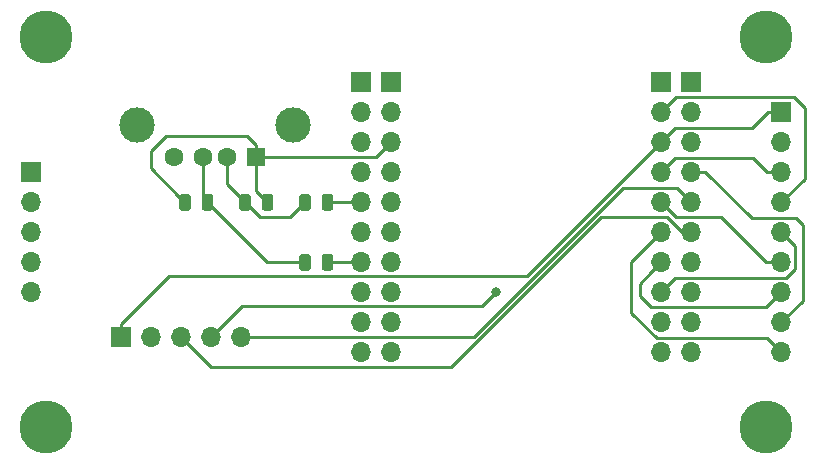
<source format=gtl>
G04 #@! TF.GenerationSoftware,KiCad,Pcbnew,(5.1.5)-3*
G04 #@! TF.CreationDate,2020-05-07T08:06:12+03:00*
G04 #@! TF.ProjectId,PCB1,50434231-2e6b-4696-9361-645f70636258,rev?*
G04 #@! TF.SameCoordinates,Original*
G04 #@! TF.FileFunction,Copper,L1,Top*
G04 #@! TF.FilePolarity,Positive*
%FSLAX46Y46*%
G04 Gerber Fmt 4.6, Leading zero omitted, Abs format (unit mm)*
G04 Created by KiCad (PCBNEW (5.1.5)-3) date 2020-05-07 08:06:12*
%MOMM*%
%LPD*%
G04 APERTURE LIST*
%ADD10O,1.700000X1.700000*%
%ADD11R,1.700000X1.700000*%
%ADD12C,4.500880*%
%ADD13C,1.600000*%
%ADD14R,1.600000X1.600000*%
%ADD15C,3.000000*%
%ADD16C,0.100000*%
%ADD17C,0.800000*%
%ADD18C,0.250000*%
G04 APERTURE END LIST*
D10*
X35560000Y-58420000D03*
X35560000Y-55880000D03*
X35560000Y-53340000D03*
X35560000Y-50800000D03*
D11*
X35560000Y-48260000D03*
D12*
X36830000Y-69850000D03*
X36830000Y-36830000D03*
X97790000Y-69850000D03*
X97790000Y-36830000D03*
D10*
X88900000Y-63500000D03*
X88900000Y-60960000D03*
X88900000Y-58420000D03*
X88900000Y-55880000D03*
X88900000Y-53340000D03*
X88900000Y-50800000D03*
X88900000Y-48260000D03*
X88900000Y-45720000D03*
X88900000Y-43180000D03*
D11*
X88900000Y-40640000D03*
D10*
X53340000Y-62230000D03*
X50800000Y-62230000D03*
X48260000Y-62230000D03*
X45720000Y-62230000D03*
D11*
X43180000Y-62230000D03*
D13*
X47610000Y-46990000D03*
X50110000Y-46990000D03*
X52110000Y-46990000D03*
D14*
X54610000Y-46990000D03*
D15*
X57680000Y-44280000D03*
X44540000Y-44280000D03*
G04 #@! TA.AperFunction,SMDPad,CuDef*
D16*
G36*
X55815142Y-50101174D02*
G01*
X55838803Y-50104684D01*
X55862007Y-50110496D01*
X55884529Y-50118554D01*
X55906153Y-50128782D01*
X55926670Y-50141079D01*
X55945883Y-50155329D01*
X55963607Y-50171393D01*
X55979671Y-50189117D01*
X55993921Y-50208330D01*
X56006218Y-50228847D01*
X56016446Y-50250471D01*
X56024504Y-50272993D01*
X56030316Y-50296197D01*
X56033826Y-50319858D01*
X56035000Y-50343750D01*
X56035000Y-51256250D01*
X56033826Y-51280142D01*
X56030316Y-51303803D01*
X56024504Y-51327007D01*
X56016446Y-51349529D01*
X56006218Y-51371153D01*
X55993921Y-51391670D01*
X55979671Y-51410883D01*
X55963607Y-51428607D01*
X55945883Y-51444671D01*
X55926670Y-51458921D01*
X55906153Y-51471218D01*
X55884529Y-51481446D01*
X55862007Y-51489504D01*
X55838803Y-51495316D01*
X55815142Y-51498826D01*
X55791250Y-51500000D01*
X55303750Y-51500000D01*
X55279858Y-51498826D01*
X55256197Y-51495316D01*
X55232993Y-51489504D01*
X55210471Y-51481446D01*
X55188847Y-51471218D01*
X55168330Y-51458921D01*
X55149117Y-51444671D01*
X55131393Y-51428607D01*
X55115329Y-51410883D01*
X55101079Y-51391670D01*
X55088782Y-51371153D01*
X55078554Y-51349529D01*
X55070496Y-51327007D01*
X55064684Y-51303803D01*
X55061174Y-51280142D01*
X55060000Y-51256250D01*
X55060000Y-50343750D01*
X55061174Y-50319858D01*
X55064684Y-50296197D01*
X55070496Y-50272993D01*
X55078554Y-50250471D01*
X55088782Y-50228847D01*
X55101079Y-50208330D01*
X55115329Y-50189117D01*
X55131393Y-50171393D01*
X55149117Y-50155329D01*
X55168330Y-50141079D01*
X55188847Y-50128782D01*
X55210471Y-50118554D01*
X55232993Y-50110496D01*
X55256197Y-50104684D01*
X55279858Y-50101174D01*
X55303750Y-50100000D01*
X55791250Y-50100000D01*
X55815142Y-50101174D01*
G37*
G04 #@! TD.AperFunction*
G04 #@! TA.AperFunction,SMDPad,CuDef*
G36*
X53940142Y-50101174D02*
G01*
X53963803Y-50104684D01*
X53987007Y-50110496D01*
X54009529Y-50118554D01*
X54031153Y-50128782D01*
X54051670Y-50141079D01*
X54070883Y-50155329D01*
X54088607Y-50171393D01*
X54104671Y-50189117D01*
X54118921Y-50208330D01*
X54131218Y-50228847D01*
X54141446Y-50250471D01*
X54149504Y-50272993D01*
X54155316Y-50296197D01*
X54158826Y-50319858D01*
X54160000Y-50343750D01*
X54160000Y-51256250D01*
X54158826Y-51280142D01*
X54155316Y-51303803D01*
X54149504Y-51327007D01*
X54141446Y-51349529D01*
X54131218Y-51371153D01*
X54118921Y-51391670D01*
X54104671Y-51410883D01*
X54088607Y-51428607D01*
X54070883Y-51444671D01*
X54051670Y-51458921D01*
X54031153Y-51471218D01*
X54009529Y-51481446D01*
X53987007Y-51489504D01*
X53963803Y-51495316D01*
X53940142Y-51498826D01*
X53916250Y-51500000D01*
X53428750Y-51500000D01*
X53404858Y-51498826D01*
X53381197Y-51495316D01*
X53357993Y-51489504D01*
X53335471Y-51481446D01*
X53313847Y-51471218D01*
X53293330Y-51458921D01*
X53274117Y-51444671D01*
X53256393Y-51428607D01*
X53240329Y-51410883D01*
X53226079Y-51391670D01*
X53213782Y-51371153D01*
X53203554Y-51349529D01*
X53195496Y-51327007D01*
X53189684Y-51303803D01*
X53186174Y-51280142D01*
X53185000Y-51256250D01*
X53185000Y-50343750D01*
X53186174Y-50319858D01*
X53189684Y-50296197D01*
X53195496Y-50272993D01*
X53203554Y-50250471D01*
X53213782Y-50228847D01*
X53226079Y-50208330D01*
X53240329Y-50189117D01*
X53256393Y-50171393D01*
X53274117Y-50155329D01*
X53293330Y-50141079D01*
X53313847Y-50128782D01*
X53335471Y-50118554D01*
X53357993Y-50110496D01*
X53381197Y-50104684D01*
X53404858Y-50101174D01*
X53428750Y-50100000D01*
X53916250Y-50100000D01*
X53940142Y-50101174D01*
G37*
G04 #@! TD.AperFunction*
G04 #@! TA.AperFunction,SMDPad,CuDef*
G36*
X48860142Y-50101174D02*
G01*
X48883803Y-50104684D01*
X48907007Y-50110496D01*
X48929529Y-50118554D01*
X48951153Y-50128782D01*
X48971670Y-50141079D01*
X48990883Y-50155329D01*
X49008607Y-50171393D01*
X49024671Y-50189117D01*
X49038921Y-50208330D01*
X49051218Y-50228847D01*
X49061446Y-50250471D01*
X49069504Y-50272993D01*
X49075316Y-50296197D01*
X49078826Y-50319858D01*
X49080000Y-50343750D01*
X49080000Y-51256250D01*
X49078826Y-51280142D01*
X49075316Y-51303803D01*
X49069504Y-51327007D01*
X49061446Y-51349529D01*
X49051218Y-51371153D01*
X49038921Y-51391670D01*
X49024671Y-51410883D01*
X49008607Y-51428607D01*
X48990883Y-51444671D01*
X48971670Y-51458921D01*
X48951153Y-51471218D01*
X48929529Y-51481446D01*
X48907007Y-51489504D01*
X48883803Y-51495316D01*
X48860142Y-51498826D01*
X48836250Y-51500000D01*
X48348750Y-51500000D01*
X48324858Y-51498826D01*
X48301197Y-51495316D01*
X48277993Y-51489504D01*
X48255471Y-51481446D01*
X48233847Y-51471218D01*
X48213330Y-51458921D01*
X48194117Y-51444671D01*
X48176393Y-51428607D01*
X48160329Y-51410883D01*
X48146079Y-51391670D01*
X48133782Y-51371153D01*
X48123554Y-51349529D01*
X48115496Y-51327007D01*
X48109684Y-51303803D01*
X48106174Y-51280142D01*
X48105000Y-51256250D01*
X48105000Y-50343750D01*
X48106174Y-50319858D01*
X48109684Y-50296197D01*
X48115496Y-50272993D01*
X48123554Y-50250471D01*
X48133782Y-50228847D01*
X48146079Y-50208330D01*
X48160329Y-50189117D01*
X48176393Y-50171393D01*
X48194117Y-50155329D01*
X48213330Y-50141079D01*
X48233847Y-50128782D01*
X48255471Y-50118554D01*
X48277993Y-50110496D01*
X48301197Y-50104684D01*
X48324858Y-50101174D01*
X48348750Y-50100000D01*
X48836250Y-50100000D01*
X48860142Y-50101174D01*
G37*
G04 #@! TD.AperFunction*
G04 #@! TA.AperFunction,SMDPad,CuDef*
G36*
X50735142Y-50101174D02*
G01*
X50758803Y-50104684D01*
X50782007Y-50110496D01*
X50804529Y-50118554D01*
X50826153Y-50128782D01*
X50846670Y-50141079D01*
X50865883Y-50155329D01*
X50883607Y-50171393D01*
X50899671Y-50189117D01*
X50913921Y-50208330D01*
X50926218Y-50228847D01*
X50936446Y-50250471D01*
X50944504Y-50272993D01*
X50950316Y-50296197D01*
X50953826Y-50319858D01*
X50955000Y-50343750D01*
X50955000Y-51256250D01*
X50953826Y-51280142D01*
X50950316Y-51303803D01*
X50944504Y-51327007D01*
X50936446Y-51349529D01*
X50926218Y-51371153D01*
X50913921Y-51391670D01*
X50899671Y-51410883D01*
X50883607Y-51428607D01*
X50865883Y-51444671D01*
X50846670Y-51458921D01*
X50826153Y-51471218D01*
X50804529Y-51481446D01*
X50782007Y-51489504D01*
X50758803Y-51495316D01*
X50735142Y-51498826D01*
X50711250Y-51500000D01*
X50223750Y-51500000D01*
X50199858Y-51498826D01*
X50176197Y-51495316D01*
X50152993Y-51489504D01*
X50130471Y-51481446D01*
X50108847Y-51471218D01*
X50088330Y-51458921D01*
X50069117Y-51444671D01*
X50051393Y-51428607D01*
X50035329Y-51410883D01*
X50021079Y-51391670D01*
X50008782Y-51371153D01*
X49998554Y-51349529D01*
X49990496Y-51327007D01*
X49984684Y-51303803D01*
X49981174Y-51280142D01*
X49980000Y-51256250D01*
X49980000Y-50343750D01*
X49981174Y-50319858D01*
X49984684Y-50296197D01*
X49990496Y-50272993D01*
X49998554Y-50250471D01*
X50008782Y-50228847D01*
X50021079Y-50208330D01*
X50035329Y-50189117D01*
X50051393Y-50171393D01*
X50069117Y-50155329D01*
X50088330Y-50141079D01*
X50108847Y-50128782D01*
X50130471Y-50118554D01*
X50152993Y-50110496D01*
X50176197Y-50104684D01*
X50199858Y-50101174D01*
X50223750Y-50100000D01*
X50711250Y-50100000D01*
X50735142Y-50101174D01*
G37*
G04 #@! TD.AperFunction*
G04 #@! TA.AperFunction,SMDPad,CuDef*
G36*
X59020142Y-50101174D02*
G01*
X59043803Y-50104684D01*
X59067007Y-50110496D01*
X59089529Y-50118554D01*
X59111153Y-50128782D01*
X59131670Y-50141079D01*
X59150883Y-50155329D01*
X59168607Y-50171393D01*
X59184671Y-50189117D01*
X59198921Y-50208330D01*
X59211218Y-50228847D01*
X59221446Y-50250471D01*
X59229504Y-50272993D01*
X59235316Y-50296197D01*
X59238826Y-50319858D01*
X59240000Y-50343750D01*
X59240000Y-51256250D01*
X59238826Y-51280142D01*
X59235316Y-51303803D01*
X59229504Y-51327007D01*
X59221446Y-51349529D01*
X59211218Y-51371153D01*
X59198921Y-51391670D01*
X59184671Y-51410883D01*
X59168607Y-51428607D01*
X59150883Y-51444671D01*
X59131670Y-51458921D01*
X59111153Y-51471218D01*
X59089529Y-51481446D01*
X59067007Y-51489504D01*
X59043803Y-51495316D01*
X59020142Y-51498826D01*
X58996250Y-51500000D01*
X58508750Y-51500000D01*
X58484858Y-51498826D01*
X58461197Y-51495316D01*
X58437993Y-51489504D01*
X58415471Y-51481446D01*
X58393847Y-51471218D01*
X58373330Y-51458921D01*
X58354117Y-51444671D01*
X58336393Y-51428607D01*
X58320329Y-51410883D01*
X58306079Y-51391670D01*
X58293782Y-51371153D01*
X58283554Y-51349529D01*
X58275496Y-51327007D01*
X58269684Y-51303803D01*
X58266174Y-51280142D01*
X58265000Y-51256250D01*
X58265000Y-50343750D01*
X58266174Y-50319858D01*
X58269684Y-50296197D01*
X58275496Y-50272993D01*
X58283554Y-50250471D01*
X58293782Y-50228847D01*
X58306079Y-50208330D01*
X58320329Y-50189117D01*
X58336393Y-50171393D01*
X58354117Y-50155329D01*
X58373330Y-50141079D01*
X58393847Y-50128782D01*
X58415471Y-50118554D01*
X58437993Y-50110496D01*
X58461197Y-50104684D01*
X58484858Y-50101174D01*
X58508750Y-50100000D01*
X58996250Y-50100000D01*
X59020142Y-50101174D01*
G37*
G04 #@! TD.AperFunction*
G04 #@! TA.AperFunction,SMDPad,CuDef*
G36*
X60895142Y-50101174D02*
G01*
X60918803Y-50104684D01*
X60942007Y-50110496D01*
X60964529Y-50118554D01*
X60986153Y-50128782D01*
X61006670Y-50141079D01*
X61025883Y-50155329D01*
X61043607Y-50171393D01*
X61059671Y-50189117D01*
X61073921Y-50208330D01*
X61086218Y-50228847D01*
X61096446Y-50250471D01*
X61104504Y-50272993D01*
X61110316Y-50296197D01*
X61113826Y-50319858D01*
X61115000Y-50343750D01*
X61115000Y-51256250D01*
X61113826Y-51280142D01*
X61110316Y-51303803D01*
X61104504Y-51327007D01*
X61096446Y-51349529D01*
X61086218Y-51371153D01*
X61073921Y-51391670D01*
X61059671Y-51410883D01*
X61043607Y-51428607D01*
X61025883Y-51444671D01*
X61006670Y-51458921D01*
X60986153Y-51471218D01*
X60964529Y-51481446D01*
X60942007Y-51489504D01*
X60918803Y-51495316D01*
X60895142Y-51498826D01*
X60871250Y-51500000D01*
X60383750Y-51500000D01*
X60359858Y-51498826D01*
X60336197Y-51495316D01*
X60312993Y-51489504D01*
X60290471Y-51481446D01*
X60268847Y-51471218D01*
X60248330Y-51458921D01*
X60229117Y-51444671D01*
X60211393Y-51428607D01*
X60195329Y-51410883D01*
X60181079Y-51391670D01*
X60168782Y-51371153D01*
X60158554Y-51349529D01*
X60150496Y-51327007D01*
X60144684Y-51303803D01*
X60141174Y-51280142D01*
X60140000Y-51256250D01*
X60140000Y-50343750D01*
X60141174Y-50319858D01*
X60144684Y-50296197D01*
X60150496Y-50272993D01*
X60158554Y-50250471D01*
X60168782Y-50228847D01*
X60181079Y-50208330D01*
X60195329Y-50189117D01*
X60211393Y-50171393D01*
X60229117Y-50155329D01*
X60248330Y-50141079D01*
X60268847Y-50128782D01*
X60290471Y-50118554D01*
X60312993Y-50110496D01*
X60336197Y-50104684D01*
X60359858Y-50101174D01*
X60383750Y-50100000D01*
X60871250Y-50100000D01*
X60895142Y-50101174D01*
G37*
G04 #@! TD.AperFunction*
G04 #@! TA.AperFunction,SMDPad,CuDef*
G36*
X59020142Y-55181174D02*
G01*
X59043803Y-55184684D01*
X59067007Y-55190496D01*
X59089529Y-55198554D01*
X59111153Y-55208782D01*
X59131670Y-55221079D01*
X59150883Y-55235329D01*
X59168607Y-55251393D01*
X59184671Y-55269117D01*
X59198921Y-55288330D01*
X59211218Y-55308847D01*
X59221446Y-55330471D01*
X59229504Y-55352993D01*
X59235316Y-55376197D01*
X59238826Y-55399858D01*
X59240000Y-55423750D01*
X59240000Y-56336250D01*
X59238826Y-56360142D01*
X59235316Y-56383803D01*
X59229504Y-56407007D01*
X59221446Y-56429529D01*
X59211218Y-56451153D01*
X59198921Y-56471670D01*
X59184671Y-56490883D01*
X59168607Y-56508607D01*
X59150883Y-56524671D01*
X59131670Y-56538921D01*
X59111153Y-56551218D01*
X59089529Y-56561446D01*
X59067007Y-56569504D01*
X59043803Y-56575316D01*
X59020142Y-56578826D01*
X58996250Y-56580000D01*
X58508750Y-56580000D01*
X58484858Y-56578826D01*
X58461197Y-56575316D01*
X58437993Y-56569504D01*
X58415471Y-56561446D01*
X58393847Y-56551218D01*
X58373330Y-56538921D01*
X58354117Y-56524671D01*
X58336393Y-56508607D01*
X58320329Y-56490883D01*
X58306079Y-56471670D01*
X58293782Y-56451153D01*
X58283554Y-56429529D01*
X58275496Y-56407007D01*
X58269684Y-56383803D01*
X58266174Y-56360142D01*
X58265000Y-56336250D01*
X58265000Y-55423750D01*
X58266174Y-55399858D01*
X58269684Y-55376197D01*
X58275496Y-55352993D01*
X58283554Y-55330471D01*
X58293782Y-55308847D01*
X58306079Y-55288330D01*
X58320329Y-55269117D01*
X58336393Y-55251393D01*
X58354117Y-55235329D01*
X58373330Y-55221079D01*
X58393847Y-55208782D01*
X58415471Y-55198554D01*
X58437993Y-55190496D01*
X58461197Y-55184684D01*
X58484858Y-55181174D01*
X58508750Y-55180000D01*
X58996250Y-55180000D01*
X59020142Y-55181174D01*
G37*
G04 #@! TD.AperFunction*
G04 #@! TA.AperFunction,SMDPad,CuDef*
G36*
X60895142Y-55181174D02*
G01*
X60918803Y-55184684D01*
X60942007Y-55190496D01*
X60964529Y-55198554D01*
X60986153Y-55208782D01*
X61006670Y-55221079D01*
X61025883Y-55235329D01*
X61043607Y-55251393D01*
X61059671Y-55269117D01*
X61073921Y-55288330D01*
X61086218Y-55308847D01*
X61096446Y-55330471D01*
X61104504Y-55352993D01*
X61110316Y-55376197D01*
X61113826Y-55399858D01*
X61115000Y-55423750D01*
X61115000Y-56336250D01*
X61113826Y-56360142D01*
X61110316Y-56383803D01*
X61104504Y-56407007D01*
X61096446Y-56429529D01*
X61086218Y-56451153D01*
X61073921Y-56471670D01*
X61059671Y-56490883D01*
X61043607Y-56508607D01*
X61025883Y-56524671D01*
X61006670Y-56538921D01*
X60986153Y-56551218D01*
X60964529Y-56561446D01*
X60942007Y-56569504D01*
X60918803Y-56575316D01*
X60895142Y-56578826D01*
X60871250Y-56580000D01*
X60383750Y-56580000D01*
X60359858Y-56578826D01*
X60336197Y-56575316D01*
X60312993Y-56569504D01*
X60290471Y-56561446D01*
X60268847Y-56551218D01*
X60248330Y-56538921D01*
X60229117Y-56524671D01*
X60211393Y-56508607D01*
X60195329Y-56490883D01*
X60181079Y-56471670D01*
X60168782Y-56451153D01*
X60158554Y-56429529D01*
X60150496Y-56407007D01*
X60144684Y-56383803D01*
X60141174Y-56360142D01*
X60140000Y-56336250D01*
X60140000Y-55423750D01*
X60141174Y-55399858D01*
X60144684Y-55376197D01*
X60150496Y-55352993D01*
X60158554Y-55330471D01*
X60168782Y-55308847D01*
X60181079Y-55288330D01*
X60195329Y-55269117D01*
X60211393Y-55251393D01*
X60229117Y-55235329D01*
X60248330Y-55221079D01*
X60268847Y-55208782D01*
X60290471Y-55198554D01*
X60312993Y-55190496D01*
X60336197Y-55184684D01*
X60359858Y-55181174D01*
X60383750Y-55180000D01*
X60871250Y-55180000D01*
X60895142Y-55181174D01*
G37*
G04 #@! TD.AperFunction*
D10*
X99060000Y-63500000D03*
X99060000Y-60960000D03*
X99060000Y-58420000D03*
X99060000Y-55880000D03*
X99060000Y-53340000D03*
X99060000Y-50800000D03*
X99060000Y-48260000D03*
X99060000Y-45720000D03*
D11*
X99060000Y-43180000D03*
D10*
X91440000Y-63500000D03*
X91440000Y-60960000D03*
X91440000Y-58420000D03*
X91440000Y-55880000D03*
X91440000Y-53340000D03*
X91440000Y-50800000D03*
X91440000Y-48260000D03*
X91440000Y-45720000D03*
X91440000Y-43180000D03*
D11*
X91440000Y-40640000D03*
D10*
X66040000Y-63500000D03*
X66040000Y-60960000D03*
X66040000Y-58420000D03*
X66040000Y-55880000D03*
X66040000Y-53340000D03*
X66040000Y-50800000D03*
X66040000Y-48260000D03*
X66040000Y-45720000D03*
X66040000Y-43180000D03*
D11*
X66040000Y-40640000D03*
D10*
X63500000Y-63500000D03*
X63500000Y-60960000D03*
X63500000Y-58420000D03*
X63500000Y-55880000D03*
X63500000Y-53340000D03*
X63500000Y-50800000D03*
X63500000Y-48260000D03*
X63500000Y-45720000D03*
X63500000Y-43180000D03*
D11*
X63500000Y-40640000D03*
D17*
X74930000Y-58420000D03*
D18*
X54610000Y-49862500D02*
X55547500Y-50800000D01*
X54610000Y-46990000D02*
X54610000Y-49862500D01*
X66040000Y-45720000D02*
X64770000Y-46990000D01*
X64770000Y-46990000D02*
X54610000Y-46990000D01*
X48106973Y-50314473D02*
X48592500Y-50800000D01*
X45720000Y-47927500D02*
X48106973Y-50314473D01*
X54610000Y-45940000D02*
X53864743Y-45194743D01*
X54610000Y-46990000D02*
X54610000Y-45940000D01*
X53864743Y-45194743D02*
X46974005Y-45194743D01*
X46974005Y-45194743D02*
X45720000Y-46448748D01*
X45720000Y-46448748D02*
X45720000Y-47927500D01*
X53434999Y-59595001D02*
X73754999Y-59595001D01*
X50800000Y-62230000D02*
X53434999Y-59595001D01*
X73754999Y-59595001D02*
X74930000Y-58420000D01*
X74930000Y-58420000D02*
X74930000Y-58420000D01*
X50800000Y-64770000D02*
X49109999Y-63079999D01*
X71122820Y-64770000D02*
X50800000Y-64770000D01*
X91440000Y-53340000D02*
X90639002Y-53340000D01*
X83822820Y-52070000D02*
X71122820Y-64770000D01*
X49109999Y-63079999D02*
X48260000Y-62230000D01*
X90639002Y-53340000D02*
X89369002Y-52070000D01*
X89369002Y-52070000D02*
X83822820Y-52070000D01*
X73026410Y-62230000D02*
X54542081Y-62230000D01*
X85631411Y-49624999D02*
X73026410Y-62230000D01*
X54542081Y-62230000D02*
X53340000Y-62230000D01*
X90264999Y-49624999D02*
X85631411Y-49624999D01*
X91440000Y-50800000D02*
X90264999Y-49624999D01*
X92642081Y-48260000D02*
X91440000Y-48260000D01*
X100884199Y-59135801D02*
X100884199Y-52719198D01*
X99060000Y-60960000D02*
X100884199Y-59135801D01*
X96547080Y-52164999D02*
X92642081Y-48260000D01*
X100884199Y-52719198D02*
X100330000Y-52164999D01*
X100330000Y-52164999D02*
X96547080Y-52164999D01*
X63500000Y-55880000D02*
X60627500Y-55880000D01*
X63500000Y-50800000D02*
X60627500Y-50800000D01*
X89749999Y-57570001D02*
X88900000Y-58420000D01*
X99434003Y-57244999D02*
X90075001Y-57244999D01*
X100235001Y-56444001D02*
X99434003Y-57244999D01*
X100235001Y-54515001D02*
X100235001Y-56444001D01*
X90075001Y-57244999D02*
X89749999Y-57570001D01*
X99060000Y-53340000D02*
X100235001Y-54515001D01*
X97790000Y-59690000D02*
X88028047Y-59690000D01*
X99060000Y-58420000D02*
X97790000Y-59690000D01*
X88050001Y-56729999D02*
X88900000Y-55880000D01*
X88028047Y-59690000D02*
X87082778Y-58744731D01*
X87082778Y-58744731D02*
X87082778Y-57697222D01*
X87082778Y-57697222D02*
X88050001Y-56729999D01*
X88050001Y-54189999D02*
X88900000Y-53340000D01*
X97884999Y-62324999D02*
X88525997Y-62324999D01*
X88525997Y-62324999D02*
X86360000Y-60159002D01*
X99060000Y-63500000D02*
X97884999Y-62324999D01*
X86360000Y-60159002D02*
X86360000Y-55880000D01*
X86360000Y-55880000D02*
X88050001Y-54189999D01*
X90170000Y-52070000D02*
X88900000Y-50800000D01*
X93980000Y-52070000D02*
X90170000Y-52070000D01*
X99060000Y-55880000D02*
X97790000Y-55880000D01*
X97790000Y-55880000D02*
X93980000Y-52070000D01*
X90075001Y-47084999D02*
X89749999Y-47410001D01*
X97857919Y-48260000D02*
X96682918Y-47084999D01*
X89749999Y-47410001D02*
X88900000Y-48260000D01*
X96682918Y-47084999D02*
X90075001Y-47084999D01*
X99060000Y-48260000D02*
X97857919Y-48260000D01*
X90075001Y-44544999D02*
X89749999Y-44870001D01*
X97960000Y-43180000D02*
X96595001Y-44544999D01*
X89749999Y-44870001D02*
X88900000Y-45720000D01*
X96595001Y-44544999D02*
X90075001Y-44544999D01*
X99060000Y-43180000D02*
X97960000Y-43180000D01*
X43180000Y-61130000D02*
X43180000Y-62230000D01*
X47254999Y-57055001D02*
X43180000Y-61130000D01*
X77564999Y-57055001D02*
X47254999Y-57055001D01*
X88900000Y-45720000D02*
X77564999Y-57055001D01*
X100170001Y-41910000D02*
X90170000Y-41910000D01*
X90170000Y-41910000D02*
X88900000Y-43180000D01*
X99060000Y-50800000D02*
X101043967Y-48816033D01*
X101043967Y-42783966D02*
X100170001Y-41910000D01*
X101043967Y-48816033D02*
X101043967Y-42783966D01*
X55547500Y-55880000D02*
X50467500Y-50800000D01*
X58752500Y-55880000D02*
X55547500Y-55880000D01*
X50110000Y-50442500D02*
X50467500Y-50800000D01*
X50110000Y-46990000D02*
X50110000Y-50442500D01*
X52110000Y-49237500D02*
X53672500Y-50800000D01*
X52110000Y-46990000D02*
X52110000Y-49237500D01*
X54158027Y-51285527D02*
X53672500Y-50800000D01*
X54942500Y-52070000D02*
X54158027Y-51285527D01*
X58752500Y-50800000D02*
X57482500Y-52070000D01*
X57482500Y-52070000D02*
X54942500Y-52070000D01*
M02*

</source>
